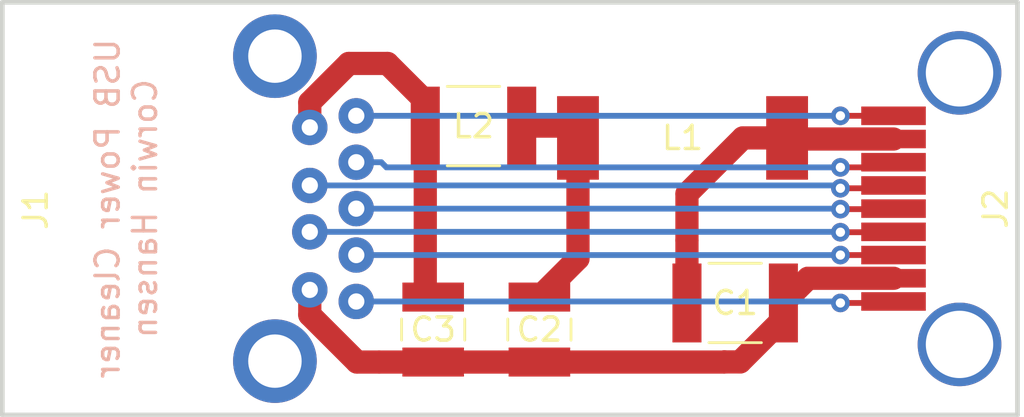
<source format=kicad_pcb>
(kicad_pcb (version 20171130) (host pcbnew "(5.0.0-rc2-110-g9edfd25)")

  (general
    (thickness 1.6)
    (drawings 5)
    (tracks 62)
    (zones 0)
    (modules 7)
    (nets 13)
  )

  (page A4)
  (layers
    (0 F.Cu signal)
    (31 B.Cu signal)
    (32 B.Adhes user)
    (33 F.Adhes user)
    (34 B.Paste user)
    (35 F.Paste user)
    (36 B.SilkS user)
    (37 F.SilkS user)
    (38 B.Mask user)
    (39 F.Mask user)
    (40 Dwgs.User user)
    (41 Cmts.User user)
    (42 Eco1.User user)
    (43 Eco2.User user)
    (44 Edge.Cuts user)
    (45 Margin user)
    (46 B.CrtYd user)
    (47 F.CrtYd user)
    (48 B.Fab user)
    (49 F.Fab user)
  )

  (setup
    (last_trace_width 0.25)
    (trace_clearance 0.1)
    (zone_clearance 0.25)
    (zone_45_only no)
    (trace_min 0.2)
    (segment_width 0.2)
    (edge_width 0.15)
    (via_size 0.8)
    (via_drill 0.4)
    (via_min_size 0.4)
    (via_min_drill 0.3)
    (uvia_size 0.3)
    (uvia_drill 0.1)
    (uvias_allowed no)
    (uvia_min_size 0.2)
    (uvia_min_drill 0.1)
    (pcb_text_width 0.3)
    (pcb_text_size 1.5 1.5)
    (mod_edge_width 0.15)
    (mod_text_size 1 1)
    (mod_text_width 0.15)
    (pad_size 1.524 1.524)
    (pad_drill 0.762)
    (pad_to_mask_clearance 0.1)
    (aux_axis_origin 0 0)
    (visible_elements FFFFFF7F)
    (pcbplotparams
      (layerselection 0x010fc_ffffffff)
      (usegerberextensions false)
      (usegerberattributes false)
      (usegerberadvancedattributes false)
      (creategerberjobfile false)
      (excludeedgelayer true)
      (linewidth 0.100000)
      (plotframeref false)
      (viasonmask false)
      (mode 1)
      (useauxorigin false)
      (hpglpennumber 1)
      (hpglpenspeed 20)
      (hpglpendiameter 15.000000)
      (psnegative false)
      (psa4output false)
      (plotreference true)
      (plotvalue true)
      (plotinvisibletext false)
      (padsonsilk false)
      (subtractmaskfromsilk false)
      (outputformat 1)
      (mirror false)
      (drillshape 0)
      (scaleselection 1)
      (outputdirectory Gerber/))
  )

  (net 0 "")
  (net 1 "Net-(C1-Pad1)")
  (net 2 GND)
  (net 3 "Net-(C2-Pad1)")
  (net 4 "Net-(C3-Pad1)")
  (net 5 "Net-(J1-Pad7)")
  (net 6 "Net-(J1-Pad8)")
  (net 7 "Net-(J1-Pad9)")
  (net 8 "Net-(J1-Pad6)")
  (net 9 "Net-(J1-Pad5)")
  (net 10 "Net-(J1-Pad2)")
  (net 11 "Net-(J1-Pad3)")
  (net 12 "Net-(J1-Pad10)")

  (net_class Default "This is the default net class."
    (clearance 0.1)
    (trace_width 0.25)
    (via_dia 0.8)
    (via_drill 0.4)
    (uvia_dia 0.3)
    (uvia_drill 0.1)
    (add_net "Net-(J1-Pad10)")
    (add_net "Net-(J1-Pad2)")
    (add_net "Net-(J1-Pad3)")
    (add_net "Net-(J1-Pad5)")
    (add_net "Net-(J1-Pad6)")
    (add_net "Net-(J1-Pad7)")
    (add_net "Net-(J1-Pad8)")
    (add_net "Net-(J1-Pad9)")
  )

  (net_class Power ""
    (clearance 0.1)
    (trace_width 1)
    (via_dia 0.8)
    (via_drill 0.4)
    (uvia_dia 0.3)
    (uvia_drill 0.1)
    (add_net GND)
    (add_net "Net-(C1-Pad1)")
    (add_net "Net-(C2-Pad1)")
    (add_net "Net-(C3-Pad1)")
  )

  (module Capacitor_SMD:C_1812_4532Metric (layer F.Cu) (tedit 5B198B65) (tstamp 5B42178C)
    (at 188.765 91.694)
    (descr "Capacitor SMD 1812 (4532 Metric), square (rectangular) end terminal, IPC_7351 nominal, (Body size source: https://www.nikhef.nl/pub/departments/mt/projects/detectorR_D/dtddice/ERJ2G.pdf), generated with kicad-footprint-generator")
    (tags capacitor)
    (path /5B1EEF2D)
    (attr smd)
    (fp_text reference C1 (at 0 0) (layer F.SilkS)
      (effects (font (size 1 1) (thickness 0.15)))
    )
    (fp_text value 0.1uF (at 0 2.65) (layer F.Fab)
      (effects (font (size 1 1) (thickness 0.15)))
    )
    (fp_line (start -2.25 1.6) (end -2.25 -1.6) (layer F.Fab) (width 0.1))
    (fp_line (start -2.25 -1.6) (end 2.25 -1.6) (layer F.Fab) (width 0.1))
    (fp_line (start 2.25 -1.6) (end 2.25 1.6) (layer F.Fab) (width 0.1))
    (fp_line (start 2.25 1.6) (end -2.25 1.6) (layer F.Fab) (width 0.1))
    (fp_line (start -1.13 -1.71) (end 1.13 -1.71) (layer F.SilkS) (width 0.12))
    (fp_line (start -1.13 1.71) (end 1.13 1.71) (layer F.SilkS) (width 0.12))
    (fp_line (start -2.95 1.95) (end -2.95 -1.95) (layer F.CrtYd) (width 0.05))
    (fp_line (start -2.95 -1.95) (end 2.95 -1.95) (layer F.CrtYd) (width 0.05))
    (fp_line (start 2.95 -1.95) (end 2.95 1.95) (layer F.CrtYd) (width 0.05))
    (fp_line (start 2.95 1.95) (end -2.95 1.95) (layer F.CrtYd) (width 0.05))
    (fp_text user %R (at 0 0) (layer F.Fab)
      (effects (font (size 1 1) (thickness 0.15)))
    )
    (pad 1 smd rect (at -2.075 0) (size 1.25 3.4) (layers F.Cu F.Paste F.Mask)
      (net 1 "Net-(C1-Pad1)"))
    (pad 2 smd rect (at 2.075 0) (size 1.25 3.4) (layers F.Cu F.Paste F.Mask)
      (net 2 GND))
    (model ${KISYS3DMOD}/Capacitor_SMD.3dshapes/C_1812_4532Metric.wrl
      (at (xyz 0 0 0))
      (scale (xyz 1 1 1))
      (rotate (xyz 0 0 0))
    )
  )

  (module Capacitor_SMD:C_1210_3225Metric (layer F.Cu) (tedit 5B198B65) (tstamp 5B42179D)
    (at 180.34 92.84 270)
    (descr "Capacitor SMD 1210 (3225 Metric), square (rectangular) end terminal, IPC_7351 nominal, (Body size source: http://www.tortai-tech.com/upload/download/2011102023233369053.pdf), generated with kicad-footprint-generator")
    (tags capacitor)
    (path /5B1EEFC2)
    (attr smd)
    (fp_text reference C2 (at 0 0) (layer F.SilkS)
      (effects (font (size 1 1) (thickness 0.15)))
    )
    (fp_text value 100uF (at 0 2.28 270) (layer F.Fab)
      (effects (font (size 1 1) (thickness 0.15)))
    )
    (fp_line (start -1.6 1.25) (end -1.6 -1.25) (layer F.Fab) (width 0.1))
    (fp_line (start -1.6 -1.25) (end 1.6 -1.25) (layer F.Fab) (width 0.1))
    (fp_line (start 1.6 -1.25) (end 1.6 1.25) (layer F.Fab) (width 0.1))
    (fp_line (start 1.6 1.25) (end -1.6 1.25) (layer F.Fab) (width 0.1))
    (fp_line (start -0.455 -1.36) (end 0.455 -1.36) (layer F.SilkS) (width 0.12))
    (fp_line (start -0.455 1.36) (end 0.455 1.36) (layer F.SilkS) (width 0.12))
    (fp_line (start -2.28 1.58) (end -2.28 -1.58) (layer F.CrtYd) (width 0.05))
    (fp_line (start -2.28 -1.58) (end 2.28 -1.58) (layer F.CrtYd) (width 0.05))
    (fp_line (start 2.28 -1.58) (end 2.28 1.58) (layer F.CrtYd) (width 0.05))
    (fp_line (start 2.28 1.58) (end -2.28 1.58) (layer F.CrtYd) (width 0.05))
    (fp_text user %R (at 0 0 270) (layer F.Fab)
      (effects (font (size 0.8 0.8) (thickness 0.12)))
    )
    (pad 1 smd rect (at -1.4 0 270) (size 1.25 2.65) (layers F.Cu F.Paste F.Mask)
      (net 3 "Net-(C2-Pad1)"))
    (pad 2 smd rect (at 1.4 0 270) (size 1.25 2.65) (layers F.Cu F.Paste F.Mask)
      (net 2 GND))
    (model ${KISYS3DMOD}/Capacitor_SMD.3dshapes/C_1210_3225Metric.wrl
      (at (xyz 0 0 0))
      (scale (xyz 1 1 1))
      (rotate (xyz 0 0 0))
    )
  )

  (module Capacitor_SMD:C_1210_3225Metric (layer F.Cu) (tedit 5B198B65) (tstamp 5B4217AE)
    (at 175.768 92.84 270)
    (descr "Capacitor SMD 1210 (3225 Metric), square (rectangular) end terminal, IPC_7351 nominal, (Body size source: http://www.tortai-tech.com/upload/download/2011102023233369053.pdf), generated with kicad-footprint-generator")
    (tags capacitor)
    (path /5B1EEFF0)
    (attr smd)
    (fp_text reference C3 (at 0 0) (layer F.SilkS)
      (effects (font (size 1 1) (thickness 0.15)))
    )
    (fp_text value 100uF (at 0 2.28 270) (layer F.Fab)
      (effects (font (size 1 1) (thickness 0.15)))
    )
    (fp_text user %R (at 0 0 270) (layer F.Fab)
      (effects (font (size 0.8 0.8) (thickness 0.12)))
    )
    (fp_line (start 2.28 1.58) (end -2.28 1.58) (layer F.CrtYd) (width 0.05))
    (fp_line (start 2.28 -1.58) (end 2.28 1.58) (layer F.CrtYd) (width 0.05))
    (fp_line (start -2.28 -1.58) (end 2.28 -1.58) (layer F.CrtYd) (width 0.05))
    (fp_line (start -2.28 1.58) (end -2.28 -1.58) (layer F.CrtYd) (width 0.05))
    (fp_line (start -0.455 1.36) (end 0.455 1.36) (layer F.SilkS) (width 0.12))
    (fp_line (start -0.455 -1.36) (end 0.455 -1.36) (layer F.SilkS) (width 0.12))
    (fp_line (start 1.6 1.25) (end -1.6 1.25) (layer F.Fab) (width 0.1))
    (fp_line (start 1.6 -1.25) (end 1.6 1.25) (layer F.Fab) (width 0.1))
    (fp_line (start -1.6 -1.25) (end 1.6 -1.25) (layer F.Fab) (width 0.1))
    (fp_line (start -1.6 1.25) (end -1.6 -1.25) (layer F.Fab) (width 0.1))
    (pad 2 smd rect (at 1.4 0 270) (size 1.25 2.65) (layers F.Cu F.Paste F.Mask)
      (net 2 GND))
    (pad 1 smd rect (at -1.4 0 270) (size 1.25 2.65) (layers F.Cu F.Paste F.Mask)
      (net 4 "Net-(C3-Pad1)"))
    (model ${KISYS3DMOD}/Capacitor_SMD.3dshapes/C_1210_3225Metric.wrl
      (at (xyz 0 0 0))
      (scale (xyz 1 1 1))
      (rotate (xyz 0 0 0))
    )
  )

  (module SRU1048:SRU1048 (layer F.Cu) (tedit 5B1EF217) (tstamp 5B1EF486)
    (at 186.5 84.582)
    (path /5B1EF305)
    (fp_text reference L1 (at 0 0) (layer F.SilkS)
      (effects (font (size 1 1) (thickness 0.15)))
    )
    (fp_text value 100uH (at 0 -2) (layer F.Fab)
      (effects (font (size 1 1) (thickness 0.15)))
    )
    (fp_line (start -5 -5) (end -5 5) (layer F.CrtYd) (width 0.05))
    (fp_line (start -5 5) (end 5 5) (layer F.CrtYd) (width 0.05))
    (fp_line (start 5 5) (end 5 -5) (layer F.CrtYd) (width 0.05))
    (fp_line (start 5 -5) (end -5 -5) (layer F.CrtYd) (width 0.05))
    (pad 1 smd rect (at 4.5 0) (size 1.8 3.6) (layers F.Cu F.Paste F.Mask)
      (net 1 "Net-(C1-Pad1)"))
    (pad 2 smd rect (at -4.5 0) (size 1.8 3.6) (layers F.Cu F.Paste F.Mask)
      (net 3 "Net-(C2-Pad1)"))
  )

  (module Inductor_SMD:L_1812_4532Metric (layer F.Cu) (tedit 5B198B66) (tstamp 5B4217EE)
    (at 177.503 84.074)
    (descr "Inductor SMD 1812 (4532 Metric), square (rectangular) end terminal, IPC_7351 nominal, (Body size source: https://www.nikhef.nl/pub/departments/mt/projects/detectorR_D/dtddice/ERJ2G.pdf), generated with kicad-footprint-generator")
    (tags inductor)
    (path /5B1EF22C)
    (attr smd)
    (fp_text reference L2 (at 0 0) (layer F.SilkS)
      (effects (font (size 1 1) (thickness 0.15)))
    )
    (fp_text value Ferrite_Bead (at 0 2.65) (layer F.Fab)
      (effects (font (size 1 1) (thickness 0.15)))
    )
    (fp_line (start -2.25 1.6) (end -2.25 -1.6) (layer F.Fab) (width 0.1))
    (fp_line (start -2.25 -1.6) (end 2.25 -1.6) (layer F.Fab) (width 0.1))
    (fp_line (start 2.25 -1.6) (end 2.25 1.6) (layer F.Fab) (width 0.1))
    (fp_line (start 2.25 1.6) (end -2.25 1.6) (layer F.Fab) (width 0.1))
    (fp_line (start -1.13 -1.71) (end 1.13 -1.71) (layer F.SilkS) (width 0.12))
    (fp_line (start -1.13 1.71) (end 1.13 1.71) (layer F.SilkS) (width 0.12))
    (fp_line (start -2.95 1.95) (end -2.95 -1.95) (layer F.CrtYd) (width 0.05))
    (fp_line (start -2.95 -1.95) (end 2.95 -1.95) (layer F.CrtYd) (width 0.05))
    (fp_line (start 2.95 -1.95) (end 2.95 1.95) (layer F.CrtYd) (width 0.05))
    (fp_line (start 2.95 1.95) (end -2.95 1.95) (layer F.CrtYd) (width 0.05))
    (fp_text user %R (at 0 0) (layer F.Fab)
      (effects (font (size 1 1) (thickness 0.15)))
    )
    (pad 1 smd rect (at -2.075 0) (size 1.25 3.4) (layers F.Cu F.Paste F.Mask)
      (net 4 "Net-(C3-Pad1)"))
    (pad 2 smd rect (at 2.075 0) (size 1.25 3.4) (layers F.Cu F.Paste F.Mask)
      (net 3 "Net-(C2-Pad1)"))
    (model ${KISYS3DMOD}/Inductor_SMD.3dshapes/L_1812_4532Metric.wrl
      (at (xyz 0 0 0))
      (scale (xyz 1 1 1))
      (rotate (xyz 0 0 0))
    )
  )

  (module USB3_A_Connector:USB_3_A_Recepticle_Amphenol_10117835-002LF_NoSlot (layer F.Cu) (tedit 5B1E23E4) (tstamp 5B2B00B8)
    (at 165.608 87.63 270)
    (path /5B1EEACA)
    (fp_text reference J1 (at 0.05 6.95 270) (layer F.SilkS)
      (effects (font (size 1 1) (thickness 0.15)))
    )
    (fp_text value USB3_A (at 0.1 -11.4 270) (layer F.Fab)
      (effects (font (size 1 1) (thickness 0.15)))
    )
    (fp_line (start 7.95 -8.35) (end -7.95 -8.35) (layer F.CrtYd) (width 0.05))
    (fp_line (start 7.95 8.35) (end 7.95 -8.35) (layer F.CrtYd) (width 0.05))
    (fp_line (start -7.95 8.35) (end 7.95 8.35) (layer F.CrtYd) (width 0.05))
    (fp_line (start -7.95 8.35) (end -7.95 -8.35) (layer F.CrtYd) (width 0.05))
    (pad 7 thru_hole circle (at 0 -6.85 270) (size 1.524 1.524) (drill 0.7) (layers *.Cu *.Mask)
      (net 5 "Net-(J1-Pad7)"))
    (pad 8 thru_hole circle (at -2 -6.85 270) (size 1.524 1.524) (drill 0.7) (layers *.Cu *.Mask)
      (net 6 "Net-(J1-Pad8)"))
    (pad 9 thru_hole circle (at -4 -6.85 270) (size 1.524 1.524) (drill 0.7) (layers *.Cu *.Mask)
      (net 7 "Net-(J1-Pad9)"))
    (pad 6 thru_hole circle (at 2 -6.85 270) (size 1.524 1.524) (drill 0.7) (layers *.Cu *.Mask)
      (net 8 "Net-(J1-Pad6)"))
    (pad 5 thru_hole circle (at 4 -6.85 270) (size 1.524 1.524) (drill 0.7) (layers *.Cu *.Mask)
      (net 9 "Net-(J1-Pad5)"))
    (pad 1 thru_hole circle (at -3.5 -4.85 270) (size 1.524 1.524) (drill 0.7) (layers *.Cu *.Mask)
      (net 4 "Net-(C3-Pad1)"))
    (pad 2 thru_hole circle (at -1 -4.85 270) (size 1.524 1.524) (drill 0.7) (layers *.Cu *.Mask)
      (net 10 "Net-(J1-Pad2)"))
    (pad 3 thru_hole circle (at 1 -4.85 270) (size 1.524 1.524) (drill 0.7) (layers *.Cu *.Mask)
      (net 11 "Net-(J1-Pad3)"))
    (pad 4 thru_hole circle (at 3.5 -4.85 270) (size 1.524 1.524) (drill 0.7) (layers *.Cu *.Mask)
      (net 2 GND))
    (pad 10 thru_hole circle (at 6.57 -3.35 270) (size 3.6 3.6) (drill 2.3) (layers *.Cu *.Mask)
      (net 12 "Net-(J1-Pad10)"))
    (pad 10 thru_hole circle (at -6.57 -3.35 270) (size 3.6 3.6) (drill 2.3) (layers *.Cu *.Mask)
      (net 12 "Net-(J1-Pad10)"))
  )

  (module USB3_A_Connector:USB_3_A_Plug_Amphenol_GSB316441CEU_NoSlot (layer F.Cu) (tedit 5B1E239B) (tstamp 5B2B00CA)
    (at 200.97 87.63 90)
    (path /5B1EEA73)
    (fp_text reference J2 (at 0 -1 90) (layer F.SilkS)
      (effects (font (size 1 1) (thickness 0.15)))
    )
    (fp_text value USB3_A (at 0 -12.21 90) (layer F.Fab)
      (effects (font (size 1 1) (thickness 0.15)))
    )
    (fp_line (start -7 0) (end 7 0) (layer F.CrtYd) (width 0.05))
    (pad 7 smd rect (at 0 -5.39 90) (size 0.8 2.78) (layers F.Cu F.Paste F.Mask)
      (net 5 "Net-(J1-Pad7)"))
    (pad 2 smd rect (at 1 -5.39 90) (size 0.8 2.78) (layers F.Cu F.Paste F.Mask)
      (net 10 "Net-(J1-Pad2)"))
    (pad 8 smd rect (at 2 -5.39 90) (size 0.8 2.78) (layers F.Cu F.Paste F.Mask)
      (net 6 "Net-(J1-Pad8)"))
    (pad 1 smd rect (at 3 -5.39 90) (size 0.8 2.78) (layers F.Cu F.Paste F.Mask)
      (net 1 "Net-(C1-Pad1)"))
    (pad 3 smd rect (at -1 -5.39 90) (size 0.8 2.78) (layers F.Cu F.Paste F.Mask)
      (net 11 "Net-(J1-Pad3)"))
    (pad 6 smd rect (at -2 -5.39 90) (size 0.8 2.78) (layers F.Cu F.Paste F.Mask)
      (net 8 "Net-(J1-Pad6)"))
    (pad 4 smd rect (at -3 -5.39 90) (size 0.8 2.78) (layers F.Cu F.Paste F.Mask)
      (net 2 GND))
    (pad 9 smd rect (at 4 -5.39 90) (size 0.8 2.78) (layers F.Cu F.Paste F.Mask)
      (net 7 "Net-(J1-Pad9)"))
    (pad 5 smd rect (at -4 -5.39 90) (size 0.8 2.78) (layers F.Cu F.Paste F.Mask)
      (net 9 "Net-(J1-Pad5)"))
    (pad 10 thru_hole circle (at 5.85 -2.55 90) (size 3.6 3.6) (drill 2.9) (layers *.Cu *.Mask)
      (net 12 "Net-(J1-Pad10)"))
    (pad 10 thru_hole circle (at -5.85 -2.55 90) (size 3.6 3.6) (drill 2.9) (layers *.Cu *.Mask)
      (net 12 "Net-(J1-Pad10)"))
    (pad "" np_thru_hole circle (at 2.25 -2.55 90) (size 1.2 1.2) (drill 1.2) (layers *.Cu *.Mask))
    (pad "" np_thru_hole circle (at -2.25 -2.55 90) (size 1.2 1.2) (drill 1.2) (layers *.Cu *.Mask))
  )

  (gr_text "USB Power Cleaner\nCorwin Hansen" (at 162.56 87.63 90) (layer B.SilkS)
    (effects (font (size 1 1) (thickness 0.15)) (justify mirror))
  )
  (gr_line (start 157.226 96.52) (end 157.226 78.74) (layer Edge.Cuts) (width 0.2))
  (gr_line (start 200.914 96.52) (end 157.226 96.52) (layer Edge.Cuts) (width 0.2))
  (gr_line (start 200.914 78.74) (end 200.914 96.52) (layer Edge.Cuts) (width 0.2))
  (gr_line (start 157.226 78.74) (end 200.914 78.74) (layer Edge.Cuts) (width 0.2))

  (segment (start 186.69 91.635) (end 186.69 92.71) (width 1) (layer F.Cu) (net 1))
  (segment (start 191.048 84.63) (end 195.58 84.63) (width 1) (layer F.Cu) (net 1))
  (segment (start 191 84.582) (end 191.048 84.63) (width 1) (layer F.Cu) (net 1))
  (segment (start 186.69 88.994) (end 186.69 91.694) (width 1) (layer F.Cu) (net 1))
  (segment (start 186.69 86.992) (end 186.69 88.994) (width 1) (layer F.Cu) (net 1))
  (segment (start 189.1 84.582) (end 186.69 86.992) (width 1) (layer F.Cu) (net 1))
  (segment (start 191 84.582) (end 189.1 84.582) (width 1) (layer F.Cu) (net 1))
  (segment (start 173.443 94.24) (end 175.768 94.24) (width 1) (layer F.Cu) (net 2))
  (segment (start 172.49037 94.24) (end 173.443 94.24) (width 1) (layer F.Cu) (net 2))
  (segment (start 170.458 92.20763) (end 172.49037 94.24) (width 1) (layer F.Cu) (net 2))
  (segment (start 170.458 91.13) (end 170.458 92.20763) (width 1) (layer F.Cu) (net 2))
  (segment (start 175.768 94.24) (end 180.34 94.24) (width 1) (layer F.Cu) (net 2))
  (segment (start 191.904 90.63) (end 190.84 91.694) (width 1) (layer F.Cu) (net 2))
  (segment (start 195.58 90.63) (end 191.904 90.63) (width 1) (layer F.Cu) (net 2))
  (segment (start 190.84 92.37) (end 190.84 91.694) (width 1) (layer F.Cu) (net 2))
  (segment (start 188.976 94.234) (end 190.84 92.37) (width 1) (layer F.Cu) (net 2))
  (segment (start 188.3 94.234) (end 188.976 94.234) (width 1) (layer F.Cu) (net 2))
  (segment (start 188.294 94.24) (end 188.3 94.234) (width 1) (layer F.Cu) (net 2))
  (segment (start 180.34 94.24) (end 188.294 94.24) (width 1) (layer F.Cu) (net 2))
  (segment (start 181.492 84.074) (end 182 84.582) (width 1) (layer F.Cu) (net 3))
  (segment (start 179.578 84.074) (end 181.492 84.074) (width 1) (layer F.Cu) (net 3))
  (segment (start 182 89.78) (end 180.34 91.44) (width 1) (layer F.Cu) (net 3))
  (segment (start 182 84.582) (end 182 89.78) (width 1) (layer F.Cu) (net 3))
  (segment (start 175.428 82.999) (end 175.428 84.074) (width 1) (layer F.Cu) (net 4))
  (segment (start 173.803 81.374) (end 175.428 82.999) (width 1) (layer F.Cu) (net 4))
  (segment (start 172.13637 81.374) (end 173.803 81.374) (width 1) (layer F.Cu) (net 4))
  (segment (start 170.458 83.05237) (end 172.13637 81.374) (width 1) (layer F.Cu) (net 4))
  (segment (start 170.458 84.13) (end 170.458 83.05237) (width 1) (layer F.Cu) (net 4))
  (segment (start 175.428 91.1) (end 175.768 91.44) (width 1) (layer F.Cu) (net 4))
  (segment (start 175.428 84.074) (end 175.428 91.1) (width 1) (layer F.Cu) (net 4))
  (via (at 193.294 87.652006) (size 0.8) (drill 0.4) (layers F.Cu B.Cu) (net 5))
  (segment (start 193.271994 87.63) (end 193.294 87.652006) (width 0.25) (layer B.Cu) (net 5))
  (segment (start 172.458 87.63) (end 193.271994 87.63) (width 0.25) (layer B.Cu) (net 5))
  (segment (start 195.557994 87.652006) (end 195.58 87.63) (width 0.25) (layer F.Cu) (net 5))
  (segment (start 193.294 87.652006) (end 195.557994 87.652006) (width 0.25) (layer F.Cu) (net 5))
  (segment (start 173.53563 85.63) (end 173.75763 85.852) (width 0.25) (layer B.Cu) (net 6))
  (segment (start 172.458 85.63) (end 173.53563 85.63) (width 0.25) (layer B.Cu) (net 6))
  (via (at 193.294 85.852) (size 0.8) (drill 0.4) (layers F.Cu B.Cu) (net 6))
  (segment (start 173.75763 85.852) (end 193.294 85.852) (width 0.25) (layer B.Cu) (net 6))
  (segment (start 195.358 85.852) (end 195.58 85.63) (width 0.25) (layer F.Cu) (net 6))
  (segment (start 193.294 85.852) (end 195.358 85.852) (width 0.25) (layer F.Cu) (net 6))
  (via (at 193.294 83.63) (size 0.8) (drill 0.4) (layers F.Cu B.Cu) (net 7))
  (segment (start 172.458 83.63) (end 193.294 83.63) (width 0.25) (layer B.Cu) (net 7))
  (segment (start 193.294 83.63) (end 195.58 83.63) (width 0.25) (layer F.Cu) (net 7))
  (via (at 193.294 89.63) (size 0.8) (drill 0.4) (layers F.Cu B.Cu) (net 8))
  (segment (start 172.458 89.63) (end 193.294 89.63) (width 0.25) (layer B.Cu) (net 8))
  (segment (start 193.294 89.63) (end 195.58 89.63) (width 0.25) (layer F.Cu) (net 8))
  (via (at 193.294 91.694) (size 0.8) (drill 0.4) (layers F.Cu B.Cu) (net 9))
  (segment (start 193.23 91.63) (end 193.294 91.694) (width 0.25) (layer B.Cu) (net 9))
  (segment (start 172.458 91.63) (end 193.23 91.63) (width 0.25) (layer B.Cu) (net 9))
  (segment (start 195.516 91.694) (end 195.58 91.63) (width 0.25) (layer F.Cu) (net 9))
  (segment (start 193.294 91.694) (end 195.516 91.694) (width 0.25) (layer F.Cu) (net 9))
  (via (at 193.294 86.752003) (size 0.8) (drill 0.4) (layers F.Cu B.Cu) (net 10))
  (segment (start 193.171997 86.63) (end 193.294 86.752003) (width 0.25) (layer B.Cu) (net 10))
  (segment (start 170.458 86.63) (end 193.171997 86.63) (width 0.25) (layer B.Cu) (net 10))
  (segment (start 195.457997 86.752003) (end 195.58 86.63) (width 0.25) (layer F.Cu) (net 10))
  (segment (start 193.294 86.752003) (end 195.457997 86.752003) (width 0.25) (layer F.Cu) (net 10))
  (via (at 193.294 88.646) (size 0.8) (drill 0.4) (layers F.Cu B.Cu) (net 11))
  (segment (start 193.278 88.63) (end 193.294 88.646) (width 0.25) (layer B.Cu) (net 11))
  (segment (start 170.458 88.63) (end 193.278 88.63) (width 0.25) (layer B.Cu) (net 11))
  (segment (start 195.564 88.646) (end 195.58 88.63) (width 0.25) (layer F.Cu) (net 11))
  (segment (start 193.294 88.646) (end 195.564 88.646) (width 0.25) (layer F.Cu) (net 11))

  (zone (net 12) (net_name "Net-(J1-Pad10)") (layer B.Cu) (tstamp 5B1EF720) (hatch edge 0.508)
    (connect_pads (clearance 0.25))
    (min_thickness 0.254)
    (fill yes (arc_segments 16) (thermal_gap 0.508) (thermal_bridge_width 0.508))
    (polygon
      (pts
        (xy 166.37 78.74) (xy 166.37 96.52) (xy 200.914 96.52) (xy 200.914 78.74)
      )
    )
  )
)

</source>
